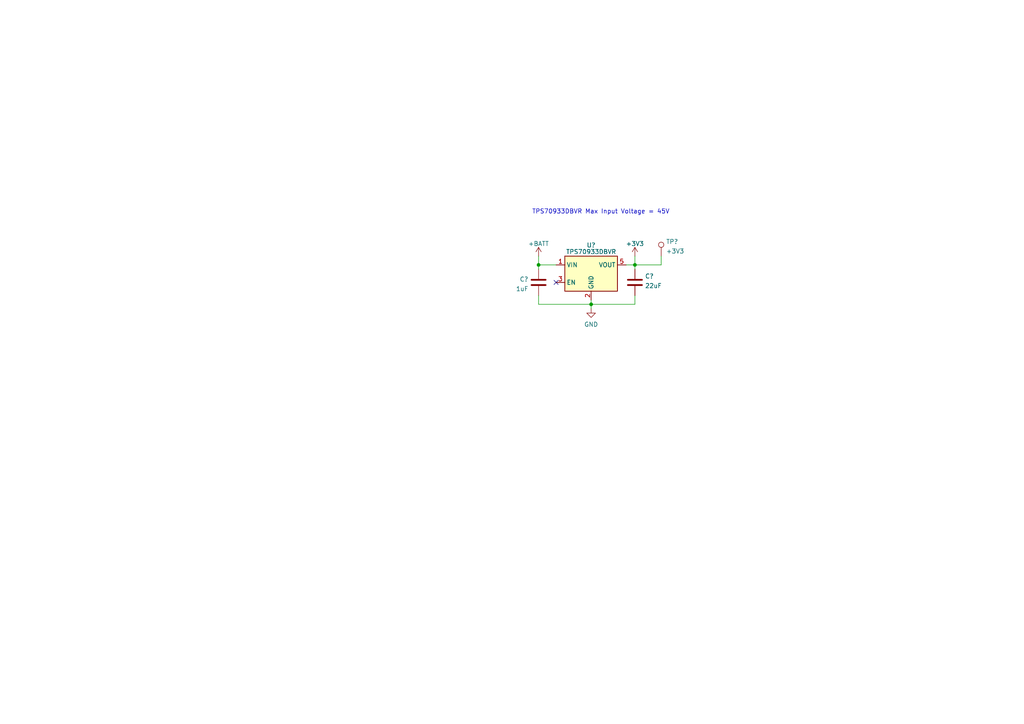
<source format=kicad_sch>
(kicad_sch (version 20211123) (generator eeschema)
  (paper "A4")
  (lib_symbols
    (symbol "Connector:TestPoint" (pin_numbers hide) (pin_names (offset 0.762) hide)
      (property "Reference" "TP" (at 0 6.858 0))
      (property "Value" "TestPoint" (at 0 5.08 0))
      (symbol "TestPoint_0_1"
        (circle (center 0 3.302) (radius 0.762))
      )
      (symbol "TestPoint_1_1"
        (pin passive line (at 0 0 90) (length 2.54) (name "1") (number "1"))
      )
    )
    (symbol "Device:C" (pin_numbers hide) (pin_names (offset 0.254))
      (property "Reference" "C" (at 0.635 2.54 0))
      (property "Value" "C" (at 0.635 -2.54 0))
      (symbol "C_0_1"
        (polyline (pts (xy -2.032 -0.762) (xy 2.032 -0.762)) (stroke (width 0.508)))
        (polyline (pts (xy -2.032 0.762) (xy 2.032 0.762)) (stroke (width 0.508)))
      )
      (symbol "C_1_1"
        (pin passive line (at 0 3.81 270) (length 2.794) (name "~") (number "1"))
        (pin passive line (at 0 -3.81 90) (length 2.794) (name "~") (number "2"))
      )
    )
    (symbol "Regulator_Linear:ADP7182AUJZ-2.5"
      (property "Reference" "U?" (at 0 9.0465 0))
      (property "Value" "TPS70933DBVR" (at 0 6.2714 0))
      (symbol "ADP7182AUJZ-2.5_0_1"
        (rectangle (start -7.62 5.08) (end 7.62 -5.08) (stroke (width 0.254)) (fill (type background)))
      )
      (symbol "ADP7182AUJZ-2.5_1_1"
        (pin power_in line (at -10.16 -2.54 0) (length 2.54) (name "VIN") (number "1"))
        (pin power_in line (at 0 7.62 270) (length 2.54) (name "GND") (number "2"))
        (pin input line (at -10.16 2.54 0) (length 2.54) (name "EN") (number "3"))
        (pin no_connect line (at 7.62 0 180) (length 2.54) hide (name "NC") (number "4"))
        (pin power_out line (at 10.16 -2.54 180) (length 2.54) (name "VOUT") (number "5"))
      )
    )
    (symbol "power:+3V3" (power) (pin_names (offset 0))
      (property "Value" "+3V3" (at 0 3.556 0))
      (symbol "+3V3_0_1"
        (polyline (pts (xy -0.762 1.27) (xy 0 2.54)))
        (polyline (pts (xy 0 0) (xy 0 2.54)))
        (polyline (pts (xy 0 2.54) (xy 0.762 1.27)))
      )
      (symbol "+3V3_1_1"
        (pin power_in line (at 0 0 90) (length 0) hide (name "+3V3") (number "1"))
      )
    )
    (symbol "power:+BATT" (power) (pin_names (offset 0))
      (property "Value" "+BATT" (at 0 3.556 0))
      (symbol "+BATT_0_1"
        (polyline (pts (xy -0.762 1.27) (xy 0 2.54)))
        (polyline (pts (xy 0 0) (xy 0 2.54)))
        (polyline (pts (xy 0 2.54) (xy 0.762 1.27)))
      )
      (symbol "+BATT_1_1"
        (pin power_in line (at 0 0 90) (length 0) hide (name "+BATT") (number "1"))
      )
    )
    (symbol "power:GND" (power) (pin_names (offset 0))
      (property "Value" "GND" (at 0 -3.81 0))
      (symbol "GND_0_1"
        (polyline (pts (xy 0 0) (xy 0 -1.27) (xy 1.27 -1.27) (xy 0 -2.54) (xy -1.27 -1.27) (xy 0 -1.27)))
      )
      (symbol "GND_1_1"
        (pin power_in line (at 0 0 270) (length 0) hide (name "GND") (number "1"))
      )
    )
  )
  (junction (at 184.15 76.835))
  (junction (at 171.45 88.265))
  (junction (at 156.21 76.835))
  (no_connect (at 161.29 81.915))
  (wire (pts (xy 156.21 74.295) (xy 156.21 76.835)))
  (wire (pts (xy 191.77 74.295) (xy 191.77 76.835)))
  (wire (pts (xy 156.21 78.105) (xy 156.21 76.835)))
  (wire (pts (xy 156.21 85.725) (xy 156.21 88.265)))
  (wire (pts (xy 184.15 76.835) (xy 181.61 76.835)))
  (wire (pts (xy 156.21 88.265) (xy 171.45 88.265)))
  (wire (pts (xy 184.15 74.295) (xy 184.15 76.835)))
  (wire (pts (xy 156.21 76.835) (xy 161.29 76.835)))
  (wire (pts (xy 184.15 85.725) (xy 184.15 88.265)))
  (wire (pts (xy 184.15 78.105) (xy 184.15 76.835)))
  (wire (pts (xy 191.77 76.835) (xy 184.15 76.835)))
  (wire (pts (xy 184.15 88.265) (xy 171.45 88.265)))
  (wire (pts (xy 171.45 86.995) (xy 171.45 88.265)))
  (wire (pts (xy 171.45 88.265) (xy 171.45 89.535)))
  (text "TPS70933DBVR Max Input Voltage = 45V" (at 154.305 62.23 0) (effects (font (size 1.27 1.27)) (justify left bottom)))
  (symbol (lib_id "Device:C") (at 184.15 81.915 0)
    (property "Reference" "C?" (at 187.071 80.1175 0) (effects (justify left)))
    (property "Value" "22uF" (at 187.071 82.8926 0) (effects (justify left)))
    (property "Footprint" "Capacitor_SMD:C_0603_1608Metric" (effects hide))
  )
  (symbol (lib_id "Device:C") (at 156.21 81.915 0) (mirror x)
    (property "Reference" "C?" (at 153.2891 81.0065 0) (effects (justify right)))
    (property "Value" "1uF" (at 153.2891 83.7816 0) (effects (justify right)))
    (property "Footprint" "Capacitor_SMD:C_0603_1608Metric" (effects hide))
  )
  (symbol (lib_id "Connector:TestPoint") (at 191.77 74.295 0) (unit 1)
    (property "Reference" "TP?" (at 193.167 70.0845 0) (effects (justify left)))
    (property "Value" "+3V3" (at 193.167 72.8596 0) (effects (justify left)))
  )
  (symbol (lib_id "power:+3V3") (at 184.15 74.295 0) (unit 1)
    (property "Reference" "#PWR?" (effects hide))
    (property "Value" "+3V3" (at 184.15 70.6905 0))
  )
  (symbol (lib_id "Regulator_Linear:ADP7182AUJZ-2.5") (at 171.45 79.375 0) (mirror x) (unit 1)
    (property "Reference" "U?" (at 171.45 71.12 0))
    (property "Value" "TPS70933DBVR" (at 171.45 73.025 0))
    (property "Footprint" "Package_TO_SOT_SMD:SOT-23-5" (effects hide))
    (property "Datasheet" "https://www.ti.com/lit/ds/symlink/lms8117a.pdf?HQS=dis-mous-null-mousermode-dsf-pf-null-wwe&ts=1668406474796&ref_url=https%253A%252F%252Fwww.mouser.com%252F" (effects hide))
  )
  (symbol (lib_id "power:GND") (at 171.45 89.535 0) (unit 1)
    (property "Reference" "#PWR?" (effects hide))
    (property "Value" "GND" (at 171.45 94.0975 0))
  )
  (symbol (lib_id "power:+BATT") (at 156.21 74.295 0) (unit 1)
    (property "Reference" "#PWR?" (effects hide))
    (property "Value" "+BATT" (at 156.21 70.6905 0))
  )
)
</source>
